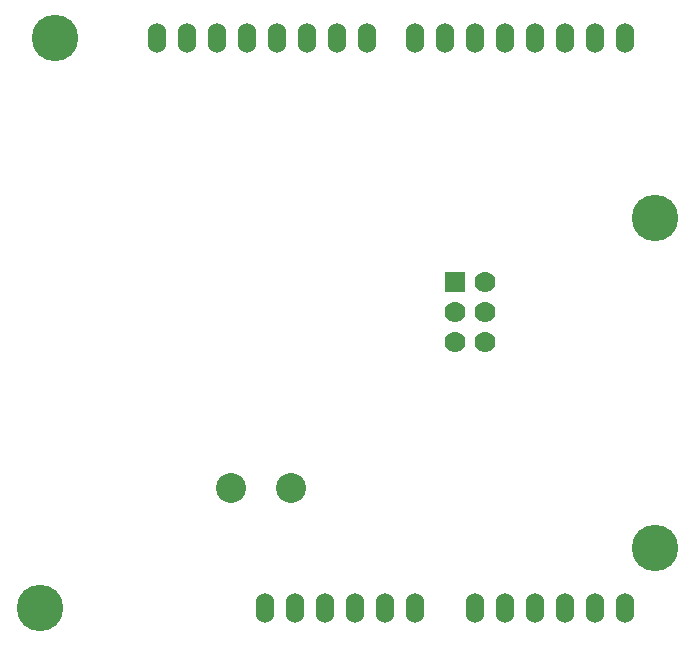
<source format=gts>
G04 (created by PCBNEW (2013-jul-07)-stable) date Thu 03 Sep 2015 05:45:47 PM PDT*
%MOIN*%
G04 Gerber Fmt 3.4, Leading zero omitted, Abs format*
%FSLAX34Y34*%
G01*
G70*
G90*
G04 APERTURE LIST*
%ADD10C,0.00590551*%
%ADD11C,0.1*%
%ADD12O,0.06X0.1*%
%ADD13C,0.155*%
%ADD14R,0.07X0.07*%
%ADD15C,0.07*%
G04 APERTURE END LIST*
G54D10*
G54D11*
X55500Y-47225D03*
X57500Y-47225D03*
G54D12*
X68625Y-51250D03*
X67625Y-51250D03*
X66625Y-51250D03*
X63625Y-51250D03*
X64625Y-51250D03*
X65625Y-51250D03*
X61625Y-51250D03*
X60625Y-51250D03*
X59625Y-51250D03*
X57625Y-51250D03*
X56625Y-51250D03*
X68625Y-32250D03*
X67625Y-32250D03*
X66625Y-32250D03*
X65625Y-32250D03*
X64625Y-32250D03*
X63625Y-32250D03*
X62625Y-32250D03*
X61625Y-32250D03*
X60025Y-32250D03*
X59025Y-32250D03*
X58025Y-32250D03*
X57025Y-32250D03*
X56025Y-32250D03*
X55025Y-32250D03*
X54025Y-32250D03*
X53025Y-32250D03*
X58625Y-51250D03*
G54D13*
X69625Y-49250D03*
X69625Y-38250D03*
X49625Y-32250D03*
X49125Y-51250D03*
G54D14*
X62950Y-40374D03*
G54D15*
X63950Y-40374D03*
X62950Y-41374D03*
X63950Y-41374D03*
X62950Y-42374D03*
X63950Y-42374D03*
M02*

</source>
